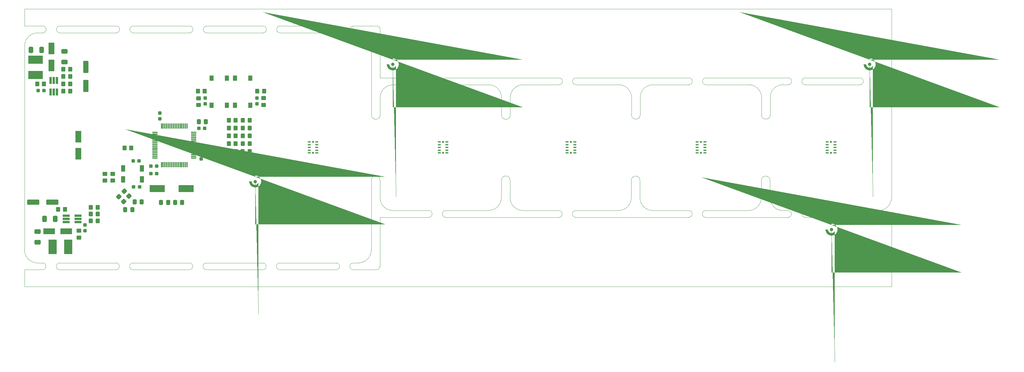
<source format=gbr>
%TF.GenerationSoftware,KiCad,Pcbnew,(6.0.2)*%
%TF.CreationDate,2022-03-24T13:25:50+01:00*%
%TF.ProjectId,GestureControl,47657374-7572-4654-936f-6e74726f6c2e,V0.3*%
%TF.SameCoordinates,PX1268e40PY7fa82d0*%
%TF.FileFunction,Paste,Top*%
%TF.FilePolarity,Positive*%
%FSLAX46Y46*%
G04 Gerber Fmt 4.6, Leading zero omitted, Abs format (unit mm)*
G04 Created by KiCad (PCBNEW (6.0.2)) date 2022-03-24 13:25:50*
%MOMM*%
%LPD*%
G01*
G04 APERTURE LIST*
G04 Aperture macros list*
%AMRoundRect*
0 Rectangle with rounded corners*
0 $1 Rounding radius*
0 $2 $3 $4 $5 $6 $7 $8 $9 X,Y pos of 4 corners*
0 Add a 4 corners polygon primitive as box body*
4,1,4,$2,$3,$4,$5,$6,$7,$8,$9,$2,$3,0*
0 Add four circle primitives for the rounded corners*
1,1,$1+$1,$2,$3*
1,1,$1+$1,$4,$5*
1,1,$1+$1,$6,$7*
1,1,$1+$1,$8,$9*
0 Add four rect primitives between the rounded corners*
20,1,$1+$1,$2,$3,$4,$5,0*
20,1,$1+$1,$4,$5,$6,$7,0*
20,1,$1+$1,$6,$7,$8,$9,0*
20,1,$1+$1,$8,$9,$2,$3,0*%
%AMFreePoly0*
4,1,85,0.032093,0.369917,0.152523,0.368341,0.408529,0.326647,0.655562,0.247572,0.888192,0.132851,1.101311,-0.014995,1.290235,-0.192717,1.450816,-0.396412,1.579524,-0.621606,1.673533,-0.863350,1.730778,-1.116334,1.750000,-1.375000,1.747602,-1.466588,1.714868,-1.723894,1.644462,-1.973535,1.537930,-2.210028,1.397612,-2.428176,1.226591,-2.623188,1.028624,-2.790780,0.808060,-2.927269,
0.569744,-3.029658,0.318912,-3.095696,0.061074,-3.123934,-0.198106,-3.113751,-0.452933,-3.065370,-0.697811,-2.979855,-0.927359,-2.859084,-1.136534,-2.705710,-1.320742,-2.523103,-1.475935,-2.315274,-1.598705,-2.086789,-1.686353,-1.842667,-1.736956,-1.588271,-1.747874,-1.360970,-1.004741,-1.360970,-0.988331,-1.556393,-0.934276,-1.744906,-0.844634,-1.919330,-0.722821,-2.073020,-0.573475,-2.200123,
-0.402286,-2.295797,-0.215774,-2.356398,-0.021044,-2.379619,0.174488,-2.364573,0.363374,-2.311835,0.538420,-2.223414,0.692957,-2.102676,0.821099,-1.954222,0.917966,-1.783705,0.979868,-1.597621,1.004447,-1.403057,1.004839,-1.375000,0.985702,-1.179826,0.929020,-0.992086,0.836952,-0.818931,0.713004,-0.666956,0.561899,-0.541951,0.389391,-0.448676,0.202051,-0.390685,0.021074,-0.371662,
0.000000,-0.375000,-0.016747,-0.372348,-0.188288,-0.387959,-0.376419,-0.443330,-0.550213,-0.534187,-0.703049,-0.657070,-0.829106,-0.807299,-0.923583,-0.979152,-0.982881,-1.166082,-1.004741,-1.360970,-1.747874,-1.360970,-1.749400,-1.329190,-1.723414,-1.071116,-1.659566,-0.819717,-1.559261,-0.580517,-1.424702,-0.358770,-1.258845,-0.159348,-1.065333,0.013368,-0.848417,0.155584,-0.612863,0.264176,
-0.363845,0.336758,-0.106835,0.371736,-0.027193,0.370693,0.000000,0.375000,0.032093,0.369917,0.032093,0.369917,$1*%
G04 Aperture macros list end*
%TA.AperFunction,Profile*%
%ADD10C,0.050000*%
%TD*%
%ADD11RoundRect,0.237500X-0.237500X0.300000X-0.237500X-0.300000X0.237500X-0.300000X0.237500X0.300000X0*%
%ADD12RoundRect,0.250000X1.500000X0.550000X-1.500000X0.550000X-1.500000X-0.550000X1.500000X-0.550000X0*%
%ADD13RoundRect,0.250000X-0.337500X-0.475000X0.337500X-0.475000X0.337500X0.475000X-0.337500X0.475000X0*%
%ADD14RoundRect,0.250000X0.337500X0.475000X-0.337500X0.475000X-0.337500X-0.475000X0.337500X-0.475000X0*%
%ADD15RoundRect,0.237500X-0.300000X-0.237500X0.300000X-0.237500X0.300000X0.237500X-0.300000X0.237500X0*%
%ADD16RoundRect,0.237500X0.300000X0.237500X-0.300000X0.237500X-0.300000X-0.237500X0.300000X-0.237500X0*%
%ADD17RoundRect,0.237500X0.237500X-0.300000X0.237500X0.300000X-0.237500X0.300000X-0.237500X-0.300000X0*%
%ADD18RoundRect,0.249999X0.325001X0.450001X-0.325001X0.450001X-0.325001X-0.450001X0.325001X-0.450001X0*%
%ADD19R,1.800000X3.500000*%
%ADD20RoundRect,0.249999X0.350001X0.450001X-0.350001X0.450001X-0.350001X-0.450001X0.350001X-0.450001X0*%
%ADD21RoundRect,0.249999X0.450001X-0.350001X0.450001X0.350001X-0.450001X0.350001X-0.450001X-0.350001X0*%
%ADD22RoundRect,0.249999X-0.350001X-0.450001X0.350001X-0.450001X0.350001X0.450001X-0.350001X0.450001X0*%
%ADD23R,1.300000X1.550000*%
%ADD24RoundRect,0.075000X0.075000X-0.700000X0.075000X0.700000X-0.075000X0.700000X-0.075000X-0.700000X0*%
%ADD25RoundRect,0.075000X0.700000X-0.075000X0.700000X0.075000X-0.700000X0.075000X-0.700000X-0.075000X0*%
%ADD26R,1.300000X1.900000*%
%ADD27R,4.500000X2.000000*%
%ADD28RoundRect,0.249999X0.412501X0.650001X-0.412501X0.650001X-0.412501X-0.650001X0.412501X-0.650001X0*%
%ADD29RoundRect,0.249999X0.650001X-0.412501X0.650001X0.412501X-0.650001X0.412501X-0.650001X-0.412501X0*%
%ADD30RoundRect,0.249999X-0.412501X-0.650001X0.412501X-0.650001X0.412501X0.650001X-0.412501X0.650001X0*%
%ADD31R,3.500000X1.800000*%
%ADD32R,2.400000X4.200000*%
%ADD33R,4.200000X2.400000*%
%ADD34R,2.000000X0.650000*%
%ADD35R,0.650000X2.000000*%
%ADD36R,0.807999X0.458000*%
%ADD37R,0.508000X0.508000*%
%ADD38RoundRect,0.250000X0.565685X0.070711X0.070711X0.565685X-0.565685X-0.070711X-0.070711X-0.565685X0*%
%ADD39FreePoly0,0.000000*%
%ADD40C,1.000000*%
%ADD41RoundRect,0.250000X-0.550000X1.500000X-0.550000X-1.500000X0.550000X-1.500000X0.550000X1.500000X0*%
G04 APERTURE END LIST*
D10*
X75110973Y70070376D02*
G75*
G03*
X75054000Y68072000I-56973J-998376D01*
G01*
X118674000Y52832000D02*
X108204000Y52832000D01*
X249930000Y54832000D02*
X254254000Y54832000D01*
X250380500Y15890000D02*
X249866500Y15890000D01*
X118610500Y13890000D02*
G75*
G03*
X118610500Y15890000I0J1000000D01*
G01*
X97980500Y508000D02*
G75*
G03*
X101790500Y4318000I1J3809999D01*
G01*
X104330500Y13890000D02*
X104330500Y-492000D01*
X32110973Y70070376D02*
X48554000Y70072000D01*
X222632500Y15890000D02*
X223866500Y15890000D01*
X123674000Y54832000D02*
X156774000Y54832000D01*
X194830000Y52832000D02*
G75*
G03*
X194830000Y54832000I0J1000000D01*
G01*
X139890500Y19700000D02*
X139890500Y24780000D01*
X139954000Y43942000D02*
G75*
G03*
X142494000Y43942000I1270000J19D01*
G01*
X244866500Y13890000D02*
X228866500Y13890000D01*
X180486915Y19656414D02*
G75*
G03*
X184296914Y15890000I3766659J-4D01*
G01*
X142494000Y49022000D02*
X142494000Y43942000D01*
X91554000Y68072000D02*
G75*
G03*
X91554000Y70072000I0J1000000D01*
G01*
X218650414Y49065586D02*
X218650414Y43985586D01*
X250380500Y15890000D02*
G75*
G03*
X254190500Y19700000I1J3809999D01*
G01*
X254000Y70072000D02*
X254000Y75072000D01*
X174136914Y15890000D02*
X161710500Y15890000D01*
X142430500Y24780000D02*
X142430500Y19700000D01*
X136144000Y52832000D02*
X123674000Y52832000D01*
X139954000Y49022000D02*
G75*
G03*
X136144000Y52832000I-3809999J1D01*
G01*
X103330500Y-1492000D02*
X96547473Y-1490376D01*
X4064000Y68072000D02*
G75*
G03*
X254000Y64262000I-1J-3809999D01*
G01*
X142430500Y24780000D02*
G75*
G03*
X139890500Y24780000I-1270000J-19D01*
G01*
X104330500Y24780019D02*
G75*
G03*
X101790500Y24780019I-1270000J-19D01*
G01*
X244866500Y13890000D02*
G75*
G03*
X244866500Y15890000I0J1000000D01*
G01*
X26990500Y508000D02*
X10490500Y508000D01*
X244930000Y52832000D02*
G75*
G03*
X244930000Y54832000I0J1000000D01*
G01*
X53490500Y508000D02*
G75*
G03*
X53547473Y-1490376I0J-1000000D01*
G01*
X142430500Y19700000D02*
G75*
G03*
X146240500Y15890000I3809999J-1D01*
G01*
X249930000Y54832000D02*
G75*
G03*
X249930000Y52832000I0J-1000000D01*
G01*
X216110414Y49065586D02*
G75*
G03*
X212300414Y52832000I-3766663J0D01*
G01*
X228930000Y54832000D02*
X244930000Y54832000D01*
X118610500Y13890000D02*
X104330500Y13890000D01*
X180486914Y24736414D02*
X180486914Y19656414D01*
X156774000Y52832000D02*
G75*
G03*
X156774000Y54832000I0J1000000D01*
G01*
X161774000Y54832000D02*
G75*
G03*
X161774000Y52832000I0J-1000000D01*
G01*
X101854000Y64262000D02*
G75*
G03*
X98044000Y68072000I-3809999J1D01*
G01*
X223930000Y54832000D02*
X199830000Y54832000D01*
X194766500Y13890000D02*
G75*
G03*
X194766500Y15890000I0J1000000D01*
G01*
X104330500Y24780019D02*
X104330500Y19700000D01*
X216110414Y43985586D02*
G75*
G03*
X218650414Y43985586I1270000J19D01*
G01*
X48490500Y-1492000D02*
X32047473Y-1490376D01*
X228930000Y54832000D02*
G75*
G03*
X228930000Y52832000I0J-1000000D01*
G01*
X177946914Y19656414D02*
X177946914Y24736414D01*
X69990500Y-1492000D02*
G75*
G03*
X69990500Y508000I0J1000000D01*
G01*
X254190500Y13890000D02*
X254190500Y-6492000D01*
X91490500Y-1492000D02*
X75047473Y-1490376D01*
X75110973Y70070376D02*
X91554000Y70072000D01*
X212236914Y15890000D02*
G75*
G03*
X216046914Y19656414I43337J3766414D01*
G01*
X223930000Y52832000D02*
G75*
G03*
X223930000Y54832000I0J1000000D01*
G01*
X104394000Y54832000D02*
X118674000Y54832000D01*
X254254000Y75072000D02*
X254254000Y54832000D01*
X91490500Y-1492000D02*
G75*
G03*
X91490500Y508000I0J1000000D01*
G01*
X146240500Y15890000D02*
X156710500Y15890000D01*
X194830000Y52832000D02*
X184360414Y52832000D01*
X218586914Y24736414D02*
X218586914Y19656414D01*
X178010414Y43985586D02*
G75*
G03*
X180550414Y43985586I1270000J19D01*
G01*
X48554000Y68072000D02*
G75*
G03*
X48554000Y70072000I0J1000000D01*
G01*
X146304000Y52832000D02*
G75*
G03*
X142494000Y49022000I-1J-3809999D01*
G01*
X4064000Y68072000D02*
X5554000Y68072000D01*
X96490500Y508000D02*
G75*
G03*
X96547473Y-1490376I0J-1000000D01*
G01*
X108204000Y52832000D02*
G75*
G03*
X104394000Y49022000I-1J-3809999D01*
G01*
X123674000Y54832000D02*
G75*
G03*
X123674000Y52832000I0J-1000000D01*
G01*
X32110973Y70070376D02*
G75*
G03*
X32054000Y68072000I-56973J-998376D01*
G01*
X5490500Y508000D02*
X4000500Y508000D01*
X161774000Y54832000D02*
X194830000Y54832000D01*
X244930000Y52832000D02*
X228930000Y52832000D01*
X178010414Y49065586D02*
G75*
G03*
X174200414Y52832000I-3766663J0D01*
G01*
X10554000Y68072000D02*
X27054000Y68072000D01*
X254000Y70072000D02*
X5554000Y70072000D01*
X69990500Y508000D02*
X53490500Y508000D01*
X161774000Y52832000D02*
X174200414Y52832000D01*
X180486914Y24736414D02*
G75*
G03*
X177946914Y24736414I-1270000J-19D01*
G01*
X254190500Y19700000D02*
X254254000Y49022000D01*
X199830000Y52832000D02*
X212300414Y52832000D01*
X97980500Y508000D02*
X96490500Y508000D01*
X218586913Y19656414D02*
G75*
G03*
X222632500Y15890000I3776044J-3D01*
G01*
X75054000Y68072000D02*
X91554000Y68072000D01*
X53610973Y70070376D02*
X70054000Y70072000D01*
X5490500Y-1492000D02*
G75*
G03*
X5490500Y508000I0J1000000D01*
G01*
X254000Y75072000D02*
X254254000Y75072000D01*
X254190500Y13890000D02*
X249866500Y13890000D01*
X228866500Y15890000D02*
G75*
G03*
X228866500Y13890000I0J-1000000D01*
G01*
X91490500Y508000D02*
X74990500Y508000D01*
X161710500Y15890000D02*
G75*
G03*
X161710500Y13890000I0J-1000000D01*
G01*
X156710500Y13890000D02*
G75*
G03*
X156710500Y15890000I0J1000000D01*
G01*
X123610500Y15890000D02*
G75*
G03*
X123610500Y13890000I0J-1000000D01*
G01*
X27054000Y68072000D02*
G75*
G03*
X27054000Y70072000I0J1000000D01*
G01*
X254254000Y49022000D02*
G75*
G03*
X250444000Y52832000I-3809999J1D01*
G01*
X96610973Y70070376D02*
G75*
G03*
X96554000Y68072000I-56973J-998376D01*
G01*
X199766500Y15890000D02*
G75*
G03*
X199766500Y13890000I0J-1000000D01*
G01*
X5554000Y68072000D02*
G75*
G03*
X5554000Y70072000I0J1000000D01*
G01*
X48490500Y508000D02*
X31990500Y508000D01*
X118674000Y52832000D02*
G75*
G03*
X118674000Y54832000I0J1000000D01*
G01*
X184296914Y15890000D02*
X194766500Y15890000D01*
X184360414Y52832000D02*
G75*
G03*
X180550414Y49065586I-43339J-3766412D01*
G01*
X53554000Y68072000D02*
X70054000Y68072000D01*
X103330500Y-1492000D02*
G75*
G03*
X104330500Y-492000I1J999999D01*
G01*
X222504000Y52832000D02*
G75*
G03*
X218650414Y49065586I-86192J-3766408D01*
G01*
X223866500Y13890000D02*
G75*
G03*
X223866500Y15890000I0J1000000D01*
G01*
X104330500Y19700000D02*
G75*
G03*
X108140500Y15890000I3809999J-1D01*
G01*
X199766500Y13890000D02*
X223866500Y13890000D01*
X190500Y4318000D02*
G75*
G03*
X4000500Y508000I3809999J-1D01*
G01*
X101790500Y4318000D02*
X101790500Y24780019D01*
X199830000Y54832000D02*
G75*
G03*
X199830000Y52832000I0J-1000000D01*
G01*
X10610973Y70070376D02*
X27054000Y70072000D01*
X69990500Y-1492000D02*
X53547473Y-1490376D01*
X249866500Y15890000D02*
G75*
G03*
X249866500Y13890000I0J-1000000D01*
G01*
X178010414Y43985586D02*
X178010414Y49065586D01*
X32054000Y68072000D02*
X48554000Y68072000D01*
X104394000Y69072000D02*
X104394000Y54832000D01*
X180550414Y49065586D02*
X180550414Y43985586D01*
X53610973Y70070376D02*
G75*
G03*
X53554000Y68072000I-56973J-998376D01*
G01*
X156774000Y52832000D02*
X146304000Y52832000D01*
X74990500Y508000D02*
G75*
G03*
X75047473Y-1490376I0J-1000000D01*
G01*
X174136914Y15890000D02*
G75*
G03*
X177946914Y19656414I43337J3766414D01*
G01*
X249930000Y52832000D02*
X250444000Y52832000D01*
X228866500Y15890000D02*
X244866500Y15890000D01*
X136080500Y15890000D02*
G75*
G03*
X139890500Y19700000I1J3809999D01*
G01*
X190500Y-6492000D02*
X190500Y-1492000D01*
X108140500Y15890000D02*
X118610500Y15890000D01*
X139954000Y43942000D02*
X139954000Y49022000D01*
X5490500Y-1492000D02*
X190500Y-1492000D01*
X216046914Y19656414D02*
X216046914Y24736414D01*
X194766500Y13890000D02*
X161710500Y13890000D01*
X26990500Y-1492000D02*
X10547473Y-1490376D01*
X10610973Y70070376D02*
G75*
G03*
X10554000Y68072000I-56973J-998376D01*
G01*
X254190500Y-6492000D02*
X190500Y-6492000D01*
X218586914Y24736414D02*
G75*
G03*
X216046914Y24736414I-1270000J-19D01*
G01*
X101854000Y43941981D02*
X101854000Y64262000D01*
X48490500Y-1492000D02*
G75*
G03*
X48490500Y508000I0J1000000D01*
G01*
X96554000Y68072000D02*
X98044000Y68072000D01*
X26990500Y-1492000D02*
G75*
G03*
X26990500Y508000I0J1000000D01*
G01*
X70054000Y68072000D02*
G75*
G03*
X70054000Y70072000I0J1000000D01*
G01*
X104394000Y69072000D02*
G75*
G03*
X103394000Y70072000I-999999J1D01*
G01*
X156710500Y13890000D02*
X123610500Y13890000D01*
X104394000Y49022000D02*
X104394000Y43941981D01*
X10490500Y508000D02*
G75*
G03*
X10547473Y-1490376I0J-1000000D01*
G01*
X190500Y4318000D02*
X254000Y64262000D01*
X96610973Y70070376D02*
X103394000Y70072000D01*
X31990500Y508000D02*
G75*
G03*
X32047473Y-1490376I0J-1000000D01*
G01*
X212236914Y15890000D02*
X199766500Y15890000D01*
X223930000Y52832000D02*
X222504000Y52832000D01*
X123610500Y15890000D02*
X136080500Y15890000D01*
X216110414Y43985586D02*
X216110414Y49065586D01*
X101854000Y43941981D02*
G75*
G03*
X104394000Y43941981I1270000J19D01*
G01*
D11*
%TO.C,C2*%
X53096000Y48920500D03*
X53096000Y47195500D03*
%TD*%
D12*
%TO.C,C7*%
X8332000Y18339000D03*
X2732000Y18339000D03*
%TD*%
D13*
%TO.C,C17*%
X40210490Y18293510D03*
X42285490Y18293510D03*
%TD*%
D14*
%TO.C,C18*%
X46392490Y18293510D03*
X44317490Y18293510D03*
%TD*%
D15*
%TO.C,C19*%
X32178490Y22865510D03*
X33903490Y22865510D03*
%TD*%
%TO.C,C22*%
X32024990Y30485510D03*
X33749990Y30485510D03*
%TD*%
D16*
%TO.C,C24*%
X38930490Y28958000D03*
X37205490Y28958000D03*
%TD*%
%TO.C,C25*%
X38930490Y26758000D03*
X37205490Y26758000D03*
%TD*%
D11*
%TO.C,C26*%
X51937490Y32771510D03*
X51937490Y31046510D03*
%TD*%
D15*
%TO.C,C27*%
X51233500Y40058000D03*
X52958500Y40058000D03*
%TD*%
D17*
%TO.C,C29*%
X39878000Y42825500D03*
X39878000Y44550500D03*
%TD*%
D13*
%TO.C,C32*%
X51258500Y41958000D03*
X53333500Y41958000D03*
%TD*%
D18*
%TO.C,D1*%
X66145490Y33279510D03*
X64095490Y33279510D03*
%TD*%
%TO.C,D2*%
X66163490Y35565510D03*
X64113490Y35565510D03*
%TD*%
%TO.C,D3*%
X66163490Y37851510D03*
X64113490Y37851510D03*
%TD*%
%TO.C,D5*%
X66154490Y42423510D03*
X64104490Y42423510D03*
%TD*%
D19*
%TO.C,D6*%
X15996000Y37558000D03*
X15996000Y32558000D03*
%TD*%
D20*
%TO.C,R1*%
X62081490Y33279510D03*
X60081490Y33279510D03*
%TD*%
%TO.C,R2*%
X62049490Y35565510D03*
X60049490Y35565510D03*
%TD*%
%TO.C,R3*%
X62049490Y37851510D03*
X60049490Y37851510D03*
%TD*%
%TO.C,R4*%
X62049490Y40137510D03*
X60049490Y40137510D03*
%TD*%
%TO.C,R5*%
X62065490Y42423510D03*
X60065490Y42423510D03*
%TD*%
%TO.C,R6*%
X70396000Y50958000D03*
X68396000Y50958000D03*
%TD*%
%TO.C,R7*%
X52996000Y50958000D03*
X50996000Y50958000D03*
%TD*%
D21*
%TO.C,R8*%
X70231000Y46879000D03*
X70231000Y48879000D03*
%TD*%
%TO.C,R9*%
X51196000Y46858000D03*
X51196000Y48858000D03*
%TD*%
%TO.C,R10*%
X26029490Y24675510D03*
X26029490Y26675510D03*
%TD*%
%TO.C,R11*%
X23743490Y24675510D03*
X23743490Y26675510D03*
%TD*%
D22*
%TO.C,R20*%
X29496000Y34290000D03*
X31496000Y34290000D03*
%TD*%
D23*
%TO.C,SW1*%
X66385000Y46825000D03*
X66385000Y54775000D03*
X61885000Y46825000D03*
X61885000Y54775000D03*
%TD*%
%TO.C,SW2*%
X55027000Y46825000D03*
X55027000Y54775000D03*
X59527000Y46825000D03*
X59527000Y54775000D03*
%TD*%
D24*
%TO.C,U6*%
X40313490Y29382510D03*
X40813490Y29382510D03*
X41313490Y29382510D03*
X41813490Y29382510D03*
X42313490Y29382510D03*
X42813490Y29382510D03*
X43313490Y29382510D03*
X43813490Y29382510D03*
X44313490Y29382510D03*
X44813490Y29382510D03*
X45313490Y29382510D03*
X45813490Y29382510D03*
X46313490Y29382510D03*
X46813490Y29382510D03*
X47313490Y29382510D03*
X47813490Y29382510D03*
D25*
X49738490Y31307510D03*
X49738490Y31807510D03*
X49738490Y32307510D03*
X49738490Y32807510D03*
X49738490Y33307510D03*
X49738490Y33807510D03*
X49738490Y34307510D03*
X49738490Y34807510D03*
X49738490Y35307510D03*
X49738490Y35807510D03*
X49738490Y36307510D03*
X49738490Y36807510D03*
X49738490Y37307510D03*
X49738490Y37807510D03*
X49738490Y38307510D03*
X49738490Y38807510D03*
D24*
X47813490Y40732510D03*
X47313490Y40732510D03*
X46813490Y40732510D03*
X46313490Y40732510D03*
X45813490Y40732510D03*
X45313490Y40732510D03*
X44813490Y40732510D03*
X44313490Y40732510D03*
X43813490Y40732510D03*
X43313490Y40732510D03*
X42813490Y40732510D03*
X42313490Y40732510D03*
X41813490Y40732510D03*
X41313490Y40732510D03*
X40813490Y40732510D03*
X40313490Y40732510D03*
D25*
X38388490Y38807510D03*
X38388490Y38307510D03*
X38388490Y37807510D03*
X38388490Y37307510D03*
X38388490Y36807510D03*
X38388490Y36307510D03*
X38388490Y35807510D03*
X38388490Y35307510D03*
X38388490Y34807510D03*
X38388490Y34307510D03*
X38388490Y33807510D03*
X38388490Y33307510D03*
X38388490Y32807510D03*
X38388490Y32307510D03*
X38388490Y31807510D03*
X38388490Y31307510D03*
%TD*%
D26*
%TO.C,Y2*%
X34621490Y28275510D03*
X29121490Y28275510D03*
X29121490Y25075510D03*
X34621490Y25075510D03*
%TD*%
D18*
%TO.C,D4*%
X66163490Y40137510D03*
X64113490Y40137510D03*
%TD*%
D11*
%TO.C,C1*%
X68296000Y48920500D03*
X68296000Y47195500D03*
%TD*%
D27*
%TO.C,Y1*%
X39051490Y22357510D03*
X47551490Y22357510D03*
%TD*%
D28*
%TO.C,C3*%
X9194500Y13439000D03*
X6069500Y13439000D03*
%TD*%
D29*
%TO.C,C4*%
X11938000Y59524500D03*
X11938000Y62649500D03*
%TD*%
D17*
%TO.C,C5*%
X17932000Y9976500D03*
X17932000Y11701500D03*
%TD*%
D15*
%TO.C,C6*%
X4201500Y51117500D03*
X5926500Y51117500D03*
%TD*%
D29*
%TO.C,C13*%
X4032000Y6576500D03*
X4032000Y9701500D03*
%TD*%
D30*
%TO.C,C34*%
X2104500Y63055500D03*
X5229500Y63055500D03*
%TD*%
D31*
%TO.C,D7*%
X12432000Y9839000D03*
X7432000Y9839000D03*
%TD*%
D19*
%TO.C,D8*%
X8112000Y58460000D03*
X8112000Y63460000D03*
%TD*%
D32*
%TO.C,L1*%
X12961000Y5219000D03*
X8461000Y5219000D03*
%TD*%
D33*
%TO.C,L2*%
X3413000Y55689500D03*
X3413000Y60189500D03*
%TD*%
D22*
%TO.C,R14*%
X10032000Y16239000D03*
X12032000Y16239000D03*
%TD*%
D20*
%TO.C,R15*%
X13573000Y57404000D03*
X11573000Y57404000D03*
%TD*%
%TO.C,R18*%
X21632000Y12839000D03*
X19632000Y12839000D03*
%TD*%
%TO.C,R19*%
X13573000Y55245000D03*
X11573000Y55245000D03*
%TD*%
D21*
%TO.C,R23*%
X16132000Y7939000D03*
X16132000Y9939000D03*
%TD*%
D20*
%TO.C,R24*%
X5921000Y53022500D03*
X3921000Y53022500D03*
%TD*%
D22*
%TO.C,R25*%
X19632000Y14839000D03*
X21632000Y14839000D03*
%TD*%
%TO.C,R26*%
X11573000Y53086000D03*
X13573000Y53086000D03*
%TD*%
%TO.C,R27*%
X19632000Y16839000D03*
X21632000Y16839000D03*
%TD*%
%TO.C,R28*%
X11573000Y50927000D03*
X13573000Y50927000D03*
%TD*%
D34*
%TO.C,U1*%
X15842000Y12489000D03*
X15842000Y13439000D03*
X15842000Y14389000D03*
X12422000Y14389000D03*
X12422000Y13439000D03*
X12422000Y12489000D03*
%TD*%
D35*
%TO.C,U2*%
X7829000Y50677500D03*
X8779000Y50677500D03*
X9729000Y50677500D03*
X9729000Y54097500D03*
X8779000Y54097500D03*
X7829000Y54097500D03*
%TD*%
D36*
%TO.C,U3*%
X83593800Y32817001D03*
X83593800Y33616999D03*
X83593800Y34417000D03*
X83593800Y35217001D03*
X83593800Y36016999D03*
D37*
X84709000Y36017200D03*
D36*
X85824200Y36016999D03*
X85824200Y35217001D03*
X85824200Y34417000D03*
X85824200Y33616999D03*
X85824200Y32817001D03*
D37*
X84709000Y32816800D03*
%TD*%
D36*
%TO.C,U4*%
X121693800Y32817001D03*
X121693800Y33616999D03*
X121693800Y34417000D03*
X121693800Y35217001D03*
X121693800Y36016999D03*
D37*
X122809000Y36017200D03*
D36*
X123924200Y36016999D03*
X123924200Y35217001D03*
X123924200Y34417000D03*
X123924200Y33616999D03*
X123924200Y32817001D03*
D37*
X122809000Y32816800D03*
%TD*%
D36*
%TO.C,U5*%
X159158800Y32817001D03*
X159158800Y33616999D03*
X159158800Y34417000D03*
X159158800Y35217001D03*
X159158800Y36016999D03*
D37*
X160274000Y36017200D03*
D36*
X161389200Y36016999D03*
X161389200Y35217001D03*
X161389200Y34417000D03*
X161389200Y33616999D03*
X161389200Y32817001D03*
D37*
X160274000Y32816800D03*
%TD*%
D36*
%TO.C,U8*%
X197258800Y32817001D03*
X197258800Y33616999D03*
X197258800Y34417000D03*
X197258800Y35217001D03*
X197258800Y36016999D03*
D37*
X198374000Y36017200D03*
D36*
X199489200Y36016999D03*
X199489200Y35217001D03*
X199489200Y34417000D03*
X199489200Y33616999D03*
X199489200Y32817001D03*
D37*
X198374000Y32816800D03*
%TD*%
D24*
%TO.C,U7*%
X40313490Y29382510D03*
X40813490Y29382510D03*
X41313490Y29382510D03*
X41813490Y29382510D03*
X42313490Y29382510D03*
X42813490Y29382510D03*
X43313490Y29382510D03*
X43813490Y29382510D03*
X44313490Y29382510D03*
X44813490Y29382510D03*
X45313490Y29382510D03*
X45813490Y29382510D03*
X46313490Y29382510D03*
X46813490Y29382510D03*
X47313490Y29382510D03*
X47813490Y29382510D03*
D25*
X49738490Y31307510D03*
X49738490Y31807510D03*
X49738490Y32307510D03*
X49738490Y32807510D03*
X49738490Y33307510D03*
X49738490Y33807510D03*
X49738490Y34307510D03*
X49738490Y34807510D03*
X49738490Y35307510D03*
X49738490Y35807510D03*
X49738490Y36307510D03*
X49738490Y36807510D03*
X49738490Y37307510D03*
X49738490Y37807510D03*
X49738490Y38307510D03*
X49738490Y38807510D03*
D24*
X47813490Y40732510D03*
X47313490Y40732510D03*
X46813490Y40732510D03*
X46313490Y40732510D03*
X45813490Y40732510D03*
X45313490Y40732510D03*
X44813490Y40732510D03*
X44313490Y40732510D03*
X43813490Y40732510D03*
X43313490Y40732510D03*
X42813490Y40732510D03*
X42313490Y40732510D03*
X41813490Y40732510D03*
X41313490Y40732510D03*
X40813490Y40732510D03*
X40313490Y40732510D03*
D25*
X38388490Y38807510D03*
X38388490Y38307510D03*
X38388490Y37807510D03*
X38388490Y37307510D03*
X38388490Y36807510D03*
X38388490Y36307510D03*
X38388490Y35807510D03*
X38388490Y35307510D03*
X38388490Y34807510D03*
X38388490Y34307510D03*
X38388490Y33807510D03*
X38388490Y33307510D03*
X38388490Y32807510D03*
X38388490Y32307510D03*
X38388490Y31807510D03*
X38388490Y31307510D03*
%TD*%
D14*
%TO.C,C48*%
X34544000Y18415000D03*
X32469000Y18415000D03*
%TD*%
D38*
%TO.C,R35*%
X30806107Y20120893D03*
X29391893Y21535107D03*
%TD*%
D39*
%TO.C,REF\u002A\u002A*%
X247806000Y60193000D03*
D40*
X247806000Y58818000D03*
%TD*%
D39*
%TO.C,REF\u002A\u002A*%
X67818000Y25759000D03*
D40*
X67818000Y24384000D03*
%TD*%
D36*
%TO.C,U9*%
X235358800Y32817001D03*
X235358800Y33616999D03*
X235358800Y34417000D03*
X235358800Y35217001D03*
X235358800Y36016999D03*
D37*
X236474000Y36017200D03*
D36*
X237589200Y36016999D03*
X237589200Y35217001D03*
X237589200Y34417000D03*
X237589200Y33616999D03*
X237589200Y32817001D03*
D37*
X236474000Y32816800D03*
%TD*%
D39*
%TO.C,REF\u002A\u002A*%
X236601000Y11662000D03*
D40*
X236601000Y10287000D03*
%TD*%
D13*
%TO.C,C49*%
X29696500Y16129000D03*
X31771500Y16129000D03*
%TD*%
D41*
%TO.C,C43*%
X18161000Y58057700D03*
X18161000Y52457700D03*
%TD*%
D38*
%TO.C,R36*%
X29227214Y18524786D03*
X27813000Y19939000D03*
%TD*%
D39*
%TO.C,REF\u002A\u002A*%
X108106000Y60193000D03*
D40*
X108106000Y58818000D03*
%TD*%
M02*

</source>
